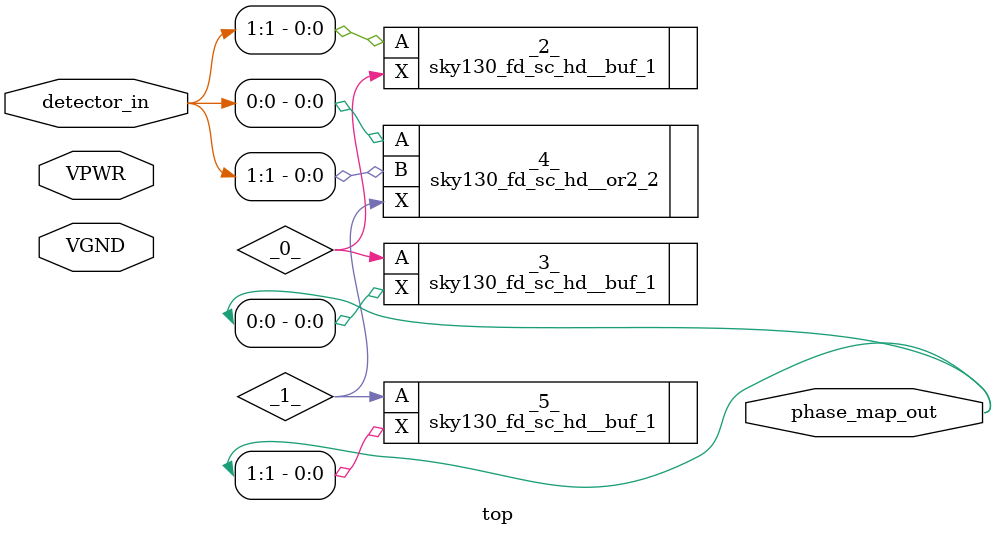
<source format=v>
module top (detector_in,
    phase_map_out,
    VPWR,
    VGND);
 input [1:0] detector_in;
 output [1:0] phase_map_out;
 inout VPWR;
 inout VGND;

 wire _0_;
 wire _1_;

 sky130_fd_sc_hd__buf_1 _2_ (.A(detector_in[1]),
    .X(_0_));
 sky130_fd_sc_hd__buf_1 _3_ (.A(_0_),
    .X(phase_map_out[0]));
 sky130_fd_sc_hd__or2_2 _4_ (.A(detector_in[0]),
    .B(detector_in[1]),
    .X(_1_));
 sky130_fd_sc_hd__buf_1 _5_ (.A(_1_),
    .X(phase_map_out[1]));
 sky130_fd_sc_hd__decap_3 PHY_0 ();
 sky130_fd_sc_hd__decap_3 PHY_1 ();
 sky130_fd_sc_hd__decap_3 PHY_2 ();
 sky130_fd_sc_hd__decap_3 PHY_3 ();
 sky130_fd_sc_hd__decap_3 PHY_4 ();
 sky130_fd_sc_hd__decap_3 PHY_5 ();
 sky130_fd_sc_hd__decap_3 PHY_6 ();
 sky130_fd_sc_hd__decap_3 PHY_7 ();
 sky130_fd_sc_hd__decap_3 PHY_8 ();
 sky130_fd_sc_hd__decap_3 PHY_9 ();
 sky130_fd_sc_hd__decap_3 PHY_10 ();
 sky130_fd_sc_hd__decap_3 PHY_11 ();
 sky130_fd_sc_hd__decap_3 PHY_12 ();
 sky130_fd_sc_hd__decap_3 PHY_13 ();
 sky130_fd_sc_hd__decap_3 PHY_14 ();
 sky130_fd_sc_hd__decap_3 PHY_15 ();
 sky130_fd_sc_hd__decap_3 PHY_16 ();
 sky130_fd_sc_hd__decap_3 PHY_17 ();
 sky130_fd_sc_hd__decap_3 PHY_18 ();
 sky130_fd_sc_hd__decap_3 PHY_19 ();
 sky130_fd_sc_hd__decap_3 PHY_20 ();
 sky130_fd_sc_hd__decap_3 PHY_21 ();
 sky130_fd_sc_hd__decap_3 PHY_22 ();
 sky130_fd_sc_hd__decap_3 PHY_23 ();
 sky130_fd_sc_hd__decap_3 PHY_24 ();
 sky130_fd_sc_hd__decap_3 PHY_25 ();
 sky130_fd_sc_hd__tapvpwrvgnd_1 TAP_26 ();
 sky130_fd_sc_hd__tapvpwrvgnd_1 TAP_27 ();
 sky130_fd_sc_hd__tapvpwrvgnd_1 TAP_28 ();
 sky130_fd_sc_hd__tapvpwrvgnd_1 TAP_29 ();
 sky130_fd_sc_hd__tapvpwrvgnd_1 TAP_30 ();
 sky130_fd_sc_hd__tapvpwrvgnd_1 TAP_31 ();
 sky130_fd_sc_hd__tapvpwrvgnd_1 TAP_32 ();
endmodule

</source>
